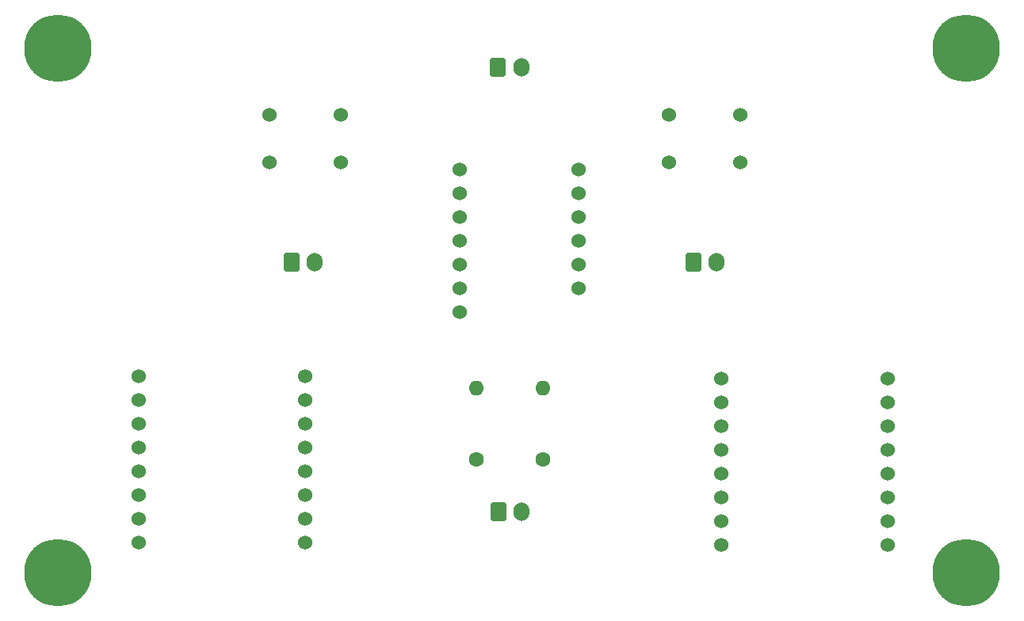
<source format=gts>
%TF.GenerationSoftware,KiCad,Pcbnew,6.0.11-2627ca5db0~126~ubuntu20.04.1*%
%TF.CreationDate,2023-02-06T13:11:46-05:00*%
%TF.ProjectId,PowerSwitches,506f7765-7253-4776-9974-636865732e6b,rev?*%
%TF.SameCoordinates,Original*%
%TF.FileFunction,Soldermask,Top*%
%TF.FilePolarity,Negative*%
%FSLAX46Y46*%
G04 Gerber Fmt 4.6, Leading zero omitted, Abs format (unit mm)*
G04 Created by KiCad (PCBNEW 6.0.11-2627ca5db0~126~ubuntu20.04.1) date 2023-02-06 13:11:46*
%MOMM*%
%LPD*%
G01*
G04 APERTURE LIST*
G04 Aperture macros list*
%AMRoundRect*
0 Rectangle with rounded corners*
0 $1 Rounding radius*
0 $2 $3 $4 $5 $6 $7 $8 $9 X,Y pos of 4 corners*
0 Add a 4 corners polygon primitive as box body*
4,1,4,$2,$3,$4,$5,$6,$7,$8,$9,$2,$3,0*
0 Add four circle primitives for the rounded corners*
1,1,$1+$1,$2,$3*
1,1,$1+$1,$4,$5*
1,1,$1+$1,$6,$7*
1,1,$1+$1,$8,$9*
0 Add four rect primitives between the rounded corners*
20,1,$1+$1,$2,$3,$4,$5,0*
20,1,$1+$1,$4,$5,$6,$7,0*
20,1,$1+$1,$6,$7,$8,$9,0*
20,1,$1+$1,$8,$9,$2,$3,0*%
G04 Aperture macros list end*
%ADD10C,1.524000*%
%ADD11C,7.200000*%
%ADD12RoundRect,0.250000X-0.600000X-0.750000X0.600000X-0.750000X0.600000X0.750000X-0.600000X0.750000X0*%
%ADD13O,1.700000X2.000000*%
%ADD14C,1.600000*%
%ADD15O,1.600000X1.600000*%
G04 APERTURE END LIST*
D10*
X124460000Y-100838000D03*
X124460000Y-98298000D03*
X124460000Y-95758000D03*
X124460000Y-93218000D03*
X124460000Y-90678000D03*
X124460000Y-88138000D03*
X124460000Y-85598000D03*
X124460000Y-83058000D03*
X106680000Y-83058000D03*
X106680000Y-85598000D03*
X106680000Y-88138000D03*
X106680000Y-90678000D03*
X106680000Y-93218000D03*
X106680000Y-95758000D03*
X106680000Y-98298000D03*
X106680000Y-100838000D03*
D11*
X195044000Y-48006000D03*
D12*
X145034000Y-50038000D03*
D13*
X147534000Y-50038000D03*
D14*
X142748000Y-91948000D03*
D15*
X142748000Y-84328000D03*
D12*
X122956000Y-70849000D03*
D13*
X125456000Y-70849000D03*
D10*
X140970000Y-60960000D03*
X140970000Y-63500000D03*
X140970000Y-66040000D03*
X140970000Y-68580000D03*
X140970000Y-71120000D03*
X140970000Y-73660000D03*
X140970000Y-76200000D03*
X153670000Y-73660000D03*
X153670000Y-71120000D03*
X153670000Y-68580000D03*
X153670000Y-66040000D03*
X153670000Y-63500000D03*
X153670000Y-60960000D03*
D12*
X145054000Y-97519000D03*
D13*
X147554000Y-97519000D03*
D10*
X170942000Y-60198000D03*
X163322000Y-60198000D03*
X170942000Y-55118000D03*
X163322000Y-55118000D03*
D11*
X98044000Y-47963000D03*
X195044000Y-104006000D03*
D14*
X149860000Y-91948000D03*
D15*
X149860000Y-84328000D03*
D11*
X98044000Y-104006000D03*
D10*
X128270000Y-60198000D03*
X120650000Y-60198000D03*
X128270000Y-55118000D03*
X120650000Y-55118000D03*
X186690000Y-101092000D03*
X186690000Y-98552000D03*
X186690000Y-96012000D03*
X186690000Y-93472000D03*
X186690000Y-90932000D03*
X186690000Y-88392000D03*
X186690000Y-85852000D03*
X186690000Y-83312000D03*
X168910000Y-83312000D03*
X168910000Y-85852000D03*
X168910000Y-88392000D03*
X168910000Y-90932000D03*
X168910000Y-93472000D03*
X168910000Y-96012000D03*
X168910000Y-98552000D03*
X168910000Y-101092000D03*
D12*
X165882000Y-70849000D03*
D13*
X168382000Y-70849000D03*
M02*

</source>
